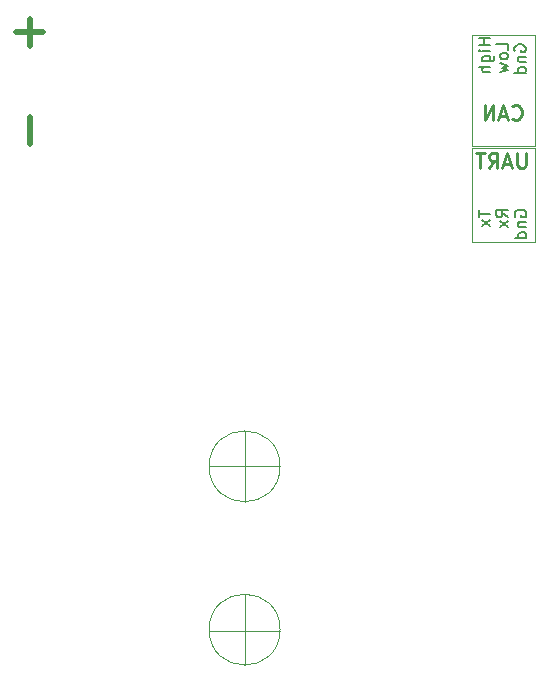
<source format=gbo>
G04 #@! TF.GenerationSoftware,KiCad,Pcbnew,(5.1.9)-1*
G04 #@! TF.CreationDate,2021-06-21T21:55:09+02:00*
G04 #@! TF.ProjectId,Driver,44726976-6572-42e6-9b69-6361645f7063,rev?*
G04 #@! TF.SameCoordinates,Original*
G04 #@! TF.FileFunction,Legend,Bot*
G04 #@! TF.FilePolarity,Positive*
%FSLAX46Y46*%
G04 Gerber Fmt 4.6, Leading zero omitted, Abs format (unit mm)*
G04 Created by KiCad (PCBNEW (5.1.9)-1) date 2021-06-21 21:55:09*
%MOMM*%
%LPD*%
G01*
G04 APERTURE LIST*
%ADD10C,0.120000*%
%ADD11C,0.150000*%
%ADD12C,0.254000*%
%ADD13C,0.500000*%
%ADD14O,1.700000X1.700000*%
%ADD15R,1.700000X1.700000*%
G04 APERTURE END LIST*
D10*
X160817904Y-103013591D02*
X160817904Y-95063591D01*
X166117904Y-103013591D02*
X160817904Y-103013591D01*
X166117904Y-95063591D02*
X166117904Y-103013591D01*
X160817904Y-95063591D02*
X166117904Y-95063591D01*
X166117904Y-85513591D02*
X160817904Y-85513591D01*
X166117904Y-94863591D02*
X166117904Y-85513591D01*
X160817904Y-94863591D02*
X166117904Y-94863591D01*
X160817904Y-85513591D02*
X160817904Y-94863591D01*
X141567904Y-132838591D02*
X141567904Y-138838591D01*
X138567904Y-135938591D02*
X144567904Y-135938591D01*
X144567904Y-135838591D02*
G75*
G03*
X144567904Y-135838591I-3000000J0D01*
G01*
X144567904Y-122013591D02*
G75*
G03*
X144567904Y-122013591I-3000000J0D01*
G01*
X141567904Y-119013591D02*
X141567904Y-125013591D01*
X138567904Y-122013591D02*
X144567904Y-122013591D01*
D11*
X162370284Y-85785019D02*
X161370284Y-85785019D01*
X161846475Y-85785019D02*
X161846475Y-86356448D01*
X162370284Y-86356448D02*
X161370284Y-86356448D01*
X162370284Y-86832638D02*
X161703618Y-86832638D01*
X161370284Y-86832638D02*
X161417904Y-86785019D01*
X161465523Y-86832638D01*
X161417904Y-86880257D01*
X161370284Y-86832638D01*
X161465523Y-86832638D01*
X161703618Y-87737400D02*
X162513142Y-87737400D01*
X162608380Y-87689781D01*
X162655999Y-87642162D01*
X162703618Y-87546924D01*
X162703618Y-87404067D01*
X162655999Y-87308829D01*
X162322665Y-87737400D02*
X162370284Y-87642162D01*
X162370284Y-87451686D01*
X162322665Y-87356448D01*
X162275046Y-87308829D01*
X162179808Y-87261210D01*
X161894094Y-87261210D01*
X161798856Y-87308829D01*
X161751237Y-87356448D01*
X161703618Y-87451686D01*
X161703618Y-87642162D01*
X161751237Y-87737400D01*
X162370284Y-88213591D02*
X161370284Y-88213591D01*
X162370284Y-88642162D02*
X161846475Y-88642162D01*
X161751237Y-88594543D01*
X161703618Y-88499305D01*
X161703618Y-88356448D01*
X161751237Y-88261210D01*
X161798856Y-88213591D01*
X163870284Y-86746924D02*
X163870284Y-86270733D01*
X162870284Y-86270733D01*
X163870284Y-87223114D02*
X163822665Y-87127876D01*
X163775046Y-87080257D01*
X163679808Y-87032638D01*
X163394094Y-87032638D01*
X163298856Y-87080257D01*
X163251237Y-87127876D01*
X163203618Y-87223114D01*
X163203618Y-87365971D01*
X163251237Y-87461210D01*
X163298856Y-87508829D01*
X163394094Y-87556448D01*
X163679808Y-87556448D01*
X163775046Y-87508829D01*
X163822665Y-87461210D01*
X163870284Y-87365971D01*
X163870284Y-87223114D01*
X163203618Y-87889781D02*
X163870284Y-88080257D01*
X163394094Y-88270733D01*
X163870284Y-88461210D01*
X163203618Y-88651686D01*
X163870284Y-100918352D02*
X163394094Y-100585019D01*
X163870284Y-100346924D02*
X162870284Y-100346924D01*
X162870284Y-100727876D01*
X162917904Y-100823114D01*
X162965523Y-100870733D01*
X163060761Y-100918352D01*
X163203618Y-100918352D01*
X163298856Y-100870733D01*
X163346475Y-100823114D01*
X163394094Y-100727876D01*
X163394094Y-100346924D01*
X163870284Y-101251686D02*
X163203618Y-101775495D01*
X163203618Y-101251686D02*
X163870284Y-101775495D01*
X164467904Y-100870733D02*
X164420284Y-100775495D01*
X164420284Y-100632638D01*
X164467904Y-100489781D01*
X164563142Y-100394543D01*
X164658380Y-100346924D01*
X164848856Y-100299305D01*
X164991713Y-100299305D01*
X165182189Y-100346924D01*
X165277427Y-100394543D01*
X165372665Y-100489781D01*
X165420284Y-100632638D01*
X165420284Y-100727876D01*
X165372665Y-100870733D01*
X165325046Y-100918352D01*
X164991713Y-100918352D01*
X164991713Y-100727876D01*
X164753618Y-101346924D02*
X165420284Y-101346924D01*
X164848856Y-101346924D02*
X164801237Y-101394543D01*
X164753618Y-101489781D01*
X164753618Y-101632638D01*
X164801237Y-101727876D01*
X164896475Y-101775495D01*
X165420284Y-101775495D01*
X165420284Y-102680257D02*
X164420284Y-102680257D01*
X165372665Y-102680257D02*
X165420284Y-102585019D01*
X165420284Y-102394543D01*
X165372665Y-102299305D01*
X165325046Y-102251686D01*
X165229808Y-102204067D01*
X164944094Y-102204067D01*
X164848856Y-102251686D01*
X164801237Y-102299305D01*
X164753618Y-102394543D01*
X164753618Y-102585019D01*
X164801237Y-102680257D01*
X164417904Y-86870733D02*
X164370284Y-86775495D01*
X164370284Y-86632638D01*
X164417904Y-86489781D01*
X164513142Y-86394543D01*
X164608380Y-86346924D01*
X164798856Y-86299305D01*
X164941713Y-86299305D01*
X165132189Y-86346924D01*
X165227427Y-86394543D01*
X165322665Y-86489781D01*
X165370284Y-86632638D01*
X165370284Y-86727876D01*
X165322665Y-86870733D01*
X165275046Y-86918352D01*
X164941713Y-86918352D01*
X164941713Y-86727876D01*
X164703618Y-87346924D02*
X165370284Y-87346924D01*
X164798856Y-87346924D02*
X164751237Y-87394543D01*
X164703618Y-87489781D01*
X164703618Y-87632638D01*
X164751237Y-87727876D01*
X164846475Y-87775495D01*
X165370284Y-87775495D01*
X165370284Y-88680257D02*
X164370284Y-88680257D01*
X165322665Y-88680257D02*
X165370284Y-88585019D01*
X165370284Y-88394543D01*
X165322665Y-88299305D01*
X165275046Y-88251686D01*
X165179808Y-88204067D01*
X164894094Y-88204067D01*
X164798856Y-88251686D01*
X164751237Y-88299305D01*
X164703618Y-88394543D01*
X164703618Y-88585019D01*
X164751237Y-88680257D01*
X161370284Y-100323114D02*
X161370284Y-100894543D01*
X162370284Y-100608829D02*
X161370284Y-100608829D01*
X162370284Y-101132638D02*
X161703618Y-101656448D01*
X161703618Y-101132638D02*
X162370284Y-101656448D01*
D12*
X165393856Y-95468114D02*
X165393856Y-96496210D01*
X165333380Y-96617162D01*
X165272904Y-96677638D01*
X165151951Y-96738114D01*
X164910046Y-96738114D01*
X164789094Y-96677638D01*
X164728618Y-96617162D01*
X164668142Y-96496210D01*
X164668142Y-95468114D01*
X164123856Y-96375257D02*
X163519094Y-96375257D01*
X164244808Y-96738114D02*
X163821475Y-95468114D01*
X163398142Y-96738114D01*
X162249094Y-96738114D02*
X162672427Y-96133352D01*
X162974808Y-96738114D02*
X162974808Y-95468114D01*
X162490999Y-95468114D01*
X162370046Y-95528591D01*
X162309570Y-95589067D01*
X162249094Y-95710019D01*
X162249094Y-95891448D01*
X162309570Y-96012400D01*
X162370046Y-96072876D01*
X162490999Y-96133352D01*
X162974808Y-96133352D01*
X161886237Y-95468114D02*
X161160523Y-95468114D01*
X161523380Y-96738114D02*
X161523380Y-95468114D01*
X164234332Y-92567162D02*
X164294808Y-92627638D01*
X164476237Y-92688114D01*
X164597189Y-92688114D01*
X164778618Y-92627638D01*
X164899570Y-92506686D01*
X164960046Y-92385733D01*
X165020523Y-92143829D01*
X165020523Y-91962400D01*
X164960046Y-91720495D01*
X164899570Y-91599543D01*
X164778618Y-91478591D01*
X164597189Y-91418114D01*
X164476237Y-91418114D01*
X164294808Y-91478591D01*
X164234332Y-91539067D01*
X163750523Y-92325257D02*
X163145761Y-92325257D01*
X163871475Y-92688114D02*
X163448142Y-91418114D01*
X163024808Y-92688114D01*
X162601475Y-92688114D02*
X162601475Y-91418114D01*
X161875761Y-92688114D01*
X161875761Y-91418114D01*
D13*
X123353618Y-84127876D02*
X123353618Y-86413591D01*
X122210761Y-85270733D02*
X124496475Y-85270733D01*
X123353618Y-92413591D02*
X123353618Y-94699305D01*
%LPC*%
D14*
X132567904Y-138478591D03*
X132567904Y-135938591D03*
D15*
X132567904Y-133398591D03*
D14*
X150567904Y-133398591D03*
X150567904Y-135938591D03*
D15*
X150567904Y-138478591D03*
M02*

</source>
